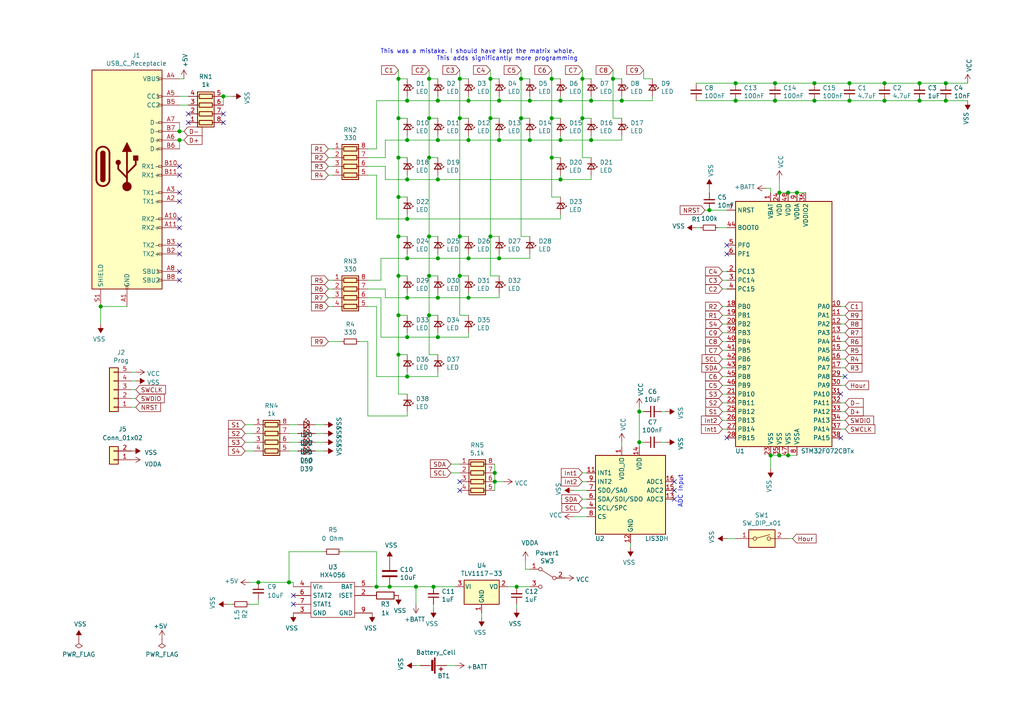
<source format=kicad_sch>
(kicad_sch (version 20210126) (generator eeschema)
  (paper "A4")
  (junction (at 29.21 88.9) (diameter 1.016))
  (junction (at 52.07 38.1) (diameter 1.016))
  (junction (at 52.07 40.64) (diameter 1.016))
  (junction (at 64.77 27.94) (diameter 1.016))
  (junction (at 74.93 168.91) (diameter 1.016))
  (junction (at 83.82 168.91) (diameter 1.016))
  (junction (at 109.22 170.18) (diameter 1.016))
  (junction (at 113.03 170.18) (diameter 1.016))
  (junction (at 115.57 22.86) (diameter 1.016))
  (junction (at 115.57 34.29) (diameter 1.016))
  (junction (at 115.57 45.72) (diameter 1.016))
  (junction (at 115.57 57.15) (diameter 1.016))
  (junction (at 115.57 68.58) (diameter 1.016))
  (junction (at 115.57 80.01) (diameter 1.016))
  (junction (at 115.57 91.44) (diameter 1.016))
  (junction (at 115.57 102.87) (diameter 1.016))
  (junction (at 118.11 29.21) (diameter 1.016))
  (junction (at 118.11 40.64) (diameter 1.016))
  (junction (at 118.11 52.07) (diameter 1.016))
  (junction (at 118.11 63.5) (diameter 1.016))
  (junction (at 118.11 74.93) (diameter 1.016))
  (junction (at 118.11 86.36) (diameter 1.016))
  (junction (at 118.11 97.79) (diameter 1.016))
  (junction (at 118.11 109.22) (diameter 1.016))
  (junction (at 120.65 170.18) (diameter 1.016))
  (junction (at 124.46 22.86) (diameter 1.016))
  (junction (at 124.46 34.29) (diameter 1.016))
  (junction (at 124.46 45.72) (diameter 1.016))
  (junction (at 124.46 68.58) (diameter 1.016))
  (junction (at 124.46 80.01) (diameter 1.016))
  (junction (at 124.46 91.44) (diameter 1.016))
  (junction (at 125.73 170.18) (diameter 1.016))
  (junction (at 127 29.21) (diameter 1.016))
  (junction (at 127 40.64) (diameter 1.016))
  (junction (at 127 52.07) (diameter 1.016))
  (junction (at 127 74.93) (diameter 1.016))
  (junction (at 127 86.36) (diameter 1.016))
  (junction (at 127 97.79) (diameter 1.016))
  (junction (at 133.35 22.86) (diameter 1.016))
  (junction (at 133.35 34.29) (diameter 1.016))
  (junction (at 133.35 68.58) (diameter 1.016))
  (junction (at 133.35 80.01) (diameter 1.016))
  (junction (at 135.89 29.21) (diameter 1.016))
  (junction (at 135.89 40.64) (diameter 1.016))
  (junction (at 135.89 74.93) (diameter 1.016))
  (junction (at 135.89 86.36) (diameter 1.016))
  (junction (at 142.24 22.86) (diameter 1.016))
  (junction (at 142.24 34.29) (diameter 1.016))
  (junction (at 142.24 68.58) (diameter 1.016))
  (junction (at 143.51 137.16) (diameter 1.016))
  (junction (at 143.51 139.7) (diameter 1.016))
  (junction (at 144.78 29.21) (diameter 1.016))
  (junction (at 144.78 40.64) (diameter 1.016))
  (junction (at 144.78 74.93) (diameter 1.016))
  (junction (at 149.86 170.18) (diameter 1.016))
  (junction (at 151.13 22.86) (diameter 1.016))
  (junction (at 151.13 34.29) (diameter 1.016))
  (junction (at 153.67 29.21) (diameter 1.016))
  (junction (at 153.67 40.64) (diameter 1.016))
  (junction (at 160.02 22.86) (diameter 1.016))
  (junction (at 160.02 34.29) (diameter 1.016))
  (junction (at 160.02 45.72) (diameter 1.016))
  (junction (at 162.56 29.21) (diameter 1.016))
  (junction (at 162.56 40.64) (diameter 1.016))
  (junction (at 162.56 52.07) (diameter 1.016))
  (junction (at 168.91 22.86) (diameter 1.016))
  (junction (at 168.91 34.29) (diameter 1.016))
  (junction (at 171.45 29.21) (diameter 1.016))
  (junction (at 171.45 40.64) (diameter 1.016))
  (junction (at 177.8 22.86) (diameter 1.016))
  (junction (at 180.34 29.21) (diameter 1.016))
  (junction (at 185.42 119.38) (diameter 1.016))
  (junction (at 185.42 128.27) (diameter 1.016))
  (junction (at 205.74 60.96) (diameter 1.016))
  (junction (at 213.36 24.13) (diameter 1.016))
  (junction (at 213.36 29.21) (diameter 1.016))
  (junction (at 223.52 132.08) (diameter 1.016))
  (junction (at 224.79 24.13) (diameter 1.016))
  (junction (at 224.79 29.21) (diameter 1.016))
  (junction (at 226.06 55.88) (diameter 1.016))
  (junction (at 226.06 132.08) (diameter 1.016))
  (junction (at 228.6 55.88) (diameter 1.016))
  (junction (at 228.6 132.08) (diameter 1.016))
  (junction (at 231.14 55.88) (diameter 1.016))
  (junction (at 236.22 24.13) (diameter 1.016))
  (junction (at 236.22 29.21) (diameter 1.016))
  (junction (at 246.38 24.13) (diameter 1.016))
  (junction (at 246.38 29.21) (diameter 1.016))
  (junction (at 256.54 24.13) (diameter 1.016))
  (junction (at 256.54 29.21) (diameter 1.016))
  (junction (at 266.7 24.13) (diameter 1.016))
  (junction (at 266.7 29.21) (diameter 1.016))
  (junction (at 274.32 24.13) (diameter 1.016))
  (junction (at 274.32 29.21) (diameter 1.016))
  (no_connect (at 52.07 48.26))
  (no_connect (at 52.07 50.8))
  (no_connect (at 52.07 55.88))
  (no_connect (at 52.07 58.42))
  (no_connect (at 52.07 63.5))
  (no_connect (at 52.07 66.04))
  (no_connect (at 52.07 71.12))
  (no_connect (at 52.07 73.66))
  (no_connect (at 52.07 78.74))
  (no_connect (at 52.07 81.28))
  (no_connect (at 54.61 33.02))
  (no_connect (at 54.61 35.56))
  (no_connect (at 64.77 33.02))
  (no_connect (at 64.77 35.56))
  (no_connect (at 85.09 172.72))
  (no_connect (at 85.09 175.26))
  (no_connect (at 133.35 139.7))
  (no_connect (at 133.35 142.24))
  (no_connect (at 195.58 139.7))
  (no_connect (at 195.58 142.24))
  (no_connect (at 195.58 144.78))
  (no_connect (at 210.82 71.12))
  (no_connect (at 210.82 73.66))
  (no_connect (at 210.82 127))
  (no_connect (at 243.84 114.3))
  (no_connect (at 243.84 127))
  (no_connect (at 245.11 109.22))
  (wire (pts (xy 29.21 88.9) (xy 29.21 93.98)))
  (wire (pts (xy 29.21 88.9) (xy 36.83 88.9)))
  (wire (pts (xy 38.1 107.95) (xy 39.37 107.95)))
  (wire (pts (xy 38.1 110.49) (xy 39.37 110.49)))
  (wire (pts (xy 38.1 115.57) (xy 39.37 115.57)))
  (wire (pts (xy 39.37 113.03) (xy 38.1 113.03)))
  (wire (pts (xy 39.37 118.11) (xy 38.1 118.11)))
  (wire (pts (xy 52.07 27.94) (xy 54.61 27.94)))
  (wire (pts (xy 52.07 30.48) (xy 54.61 30.48)))
  (wire (pts (xy 52.07 38.1) (xy 52.07 35.56)))
  (wire (pts (xy 52.07 38.1) (xy 53.34 38.1)))
  (wire (pts (xy 52.07 40.64) (xy 52.07 43.18)))
  (wire (pts (xy 52.07 40.64) (xy 53.34 40.64)))
  (wire (pts (xy 53.34 22.86) (xy 52.07 22.86)))
  (wire (pts (xy 64.77 27.94) (xy 67.31 27.94)))
  (wire (pts (xy 64.77 30.48) (xy 64.77 27.94)))
  (wire (pts (xy 66.04 175.26) (xy 67.31 175.26)))
  (wire (pts (xy 71.12 125.73) (xy 73.66 125.73)))
  (wire (pts (xy 71.12 130.81) (xy 73.66 130.81)))
  (wire (pts (xy 72.39 168.91) (xy 74.93 168.91)))
  (wire (pts (xy 72.39 175.26) (xy 74.93 175.26)))
  (wire (pts (xy 73.66 123.19) (xy 71.12 123.19)))
  (wire (pts (xy 73.66 128.27) (xy 71.12 128.27)))
  (wire (pts (xy 74.93 168.91) (xy 83.82 168.91)))
  (wire (pts (xy 74.93 173.99) (xy 74.93 175.26)))
  (wire (pts (xy 83.82 160.02) (xy 93.98 160.02)))
  (wire (pts (xy 83.82 168.91) (xy 83.82 160.02)))
  (wire (pts (xy 83.82 168.91) (xy 85.09 168.91)))
  (wire (pts (xy 85.09 168.91) (xy 85.09 170.18)))
  (wire (pts (xy 86.36 123.19) (xy 83.82 123.19)))
  (wire (pts (xy 86.36 125.73) (xy 83.82 125.73)))
  (wire (pts (xy 86.36 128.27) (xy 83.82 128.27)))
  (wire (pts (xy 86.36 130.81) (xy 83.82 130.81)))
  (wire (pts (xy 91.44 123.19) (xy 93.98 123.19)))
  (wire (pts (xy 91.44 125.73) (xy 93.98 125.73)))
  (wire (pts (xy 91.44 128.27) (xy 93.98 128.27)))
  (wire (pts (xy 91.44 130.81) (xy 93.98 130.81)))
  (wire (pts (xy 95.25 45.72) (xy 96.52 45.72)))
  (wire (pts (xy 95.25 50.8) (xy 96.52 50.8)))
  (wire (pts (xy 95.25 83.82) (xy 96.52 83.82)))
  (wire (pts (xy 95.25 88.9) (xy 96.52 88.9)))
  (wire (pts (xy 95.25 99.06) (xy 99.06 99.06)))
  (wire (pts (xy 96.52 43.18) (xy 95.25 43.18)))
  (wire (pts (xy 96.52 48.26) (xy 95.25 48.26)))
  (wire (pts (xy 96.52 81.28) (xy 95.25 81.28)))
  (wire (pts (xy 96.52 86.36) (xy 95.25 86.36)))
  (wire (pts (xy 99.06 160.02) (xy 109.22 160.02)))
  (wire (pts (xy 104.14 99.06) (xy 106.68 99.06)))
  (wire (pts (xy 106.68 45.72) (xy 111.76 45.72)))
  (wire (pts (xy 106.68 48.26) (xy 111.76 48.26)))
  (wire (pts (xy 106.68 50.8) (xy 109.22 50.8)))
  (wire (pts (xy 106.68 81.28) (xy 110.49 81.28)))
  (wire (pts (xy 106.68 83.82) (xy 111.76 83.82)))
  (wire (pts (xy 106.68 86.36) (xy 110.49 86.36)))
  (wire (pts (xy 106.68 88.9) (xy 109.22 88.9)))
  (wire (pts (xy 106.68 99.06) (xy 106.68 120.65)))
  (wire (pts (xy 106.68 120.65) (xy 118.11 120.65)))
  (wire (pts (xy 107.95 170.18) (xy 109.22 170.18)))
  (wire (pts (xy 109.22 29.21) (xy 109.22 43.18)))
  (wire (pts (xy 109.22 29.21) (xy 118.11 29.21)))
  (wire (pts (xy 109.22 43.18) (xy 106.68 43.18)))
  (wire (pts (xy 109.22 50.8) (xy 109.22 63.5)))
  (wire (pts (xy 109.22 88.9) (xy 109.22 109.22)))
  (wire (pts (xy 109.22 109.22) (xy 118.11 109.22)))
  (wire (pts (xy 109.22 160.02) (xy 109.22 170.18)))
  (wire (pts (xy 109.22 170.18) (xy 113.03 170.18)))
  (wire (pts (xy 110.49 81.28) (xy 110.49 74.93)))
  (wire (pts (xy 110.49 86.36) (xy 110.49 97.79)))
  (wire (pts (xy 111.76 45.72) (xy 111.76 40.64)))
  (wire (pts (xy 111.76 48.26) (xy 111.76 52.07)))
  (wire (pts (xy 111.76 83.82) (xy 111.76 86.36)))
  (wire (pts (xy 113.03 170.18) (xy 120.65 170.18)))
  (wire (pts (xy 115.57 20.32) (xy 115.57 22.86)))
  (wire (pts (xy 115.57 22.86) (xy 115.57 34.29)))
  (wire (pts (xy 115.57 34.29) (xy 115.57 45.72)))
  (wire (pts (xy 115.57 34.29) (xy 118.11 34.29)))
  (wire (pts (xy 115.57 45.72) (xy 115.57 57.15)))
  (wire (pts (xy 115.57 45.72) (xy 118.11 45.72)))
  (wire (pts (xy 115.57 57.15) (xy 115.57 68.58)))
  (wire (pts (xy 115.57 57.15) (xy 118.11 57.15)))
  (wire (pts (xy 115.57 68.58) (xy 115.57 80.01)))
  (wire (pts (xy 115.57 68.58) (xy 118.11 68.58)))
  (wire (pts (xy 115.57 80.01) (xy 115.57 91.44)))
  (wire (pts (xy 115.57 80.01) (xy 118.11 80.01)))
  (wire (pts (xy 115.57 91.44) (xy 115.57 102.87)))
  (wire (pts (xy 115.57 102.87) (xy 115.57 114.3)))
  (wire (pts (xy 115.57 102.87) (xy 118.11 102.87)))
  (wire (pts (xy 115.57 114.3) (xy 118.11 114.3)))
  (wire (pts (xy 118.11 22.86) (xy 115.57 22.86)))
  (wire (pts (xy 118.11 27.94) (xy 118.11 29.21)))
  (wire (pts (xy 118.11 29.21) (xy 127 29.21)))
  (wire (pts (xy 118.11 39.37) (xy 118.11 40.64)))
  (wire (pts (xy 118.11 40.64) (xy 111.76 40.64)))
  (wire (pts (xy 118.11 50.8) (xy 118.11 52.07)))
  (wire (pts (xy 118.11 52.07) (xy 111.76 52.07)))
  (wire (pts (xy 118.11 62.23) (xy 118.11 63.5)))
  (wire (pts (xy 118.11 63.5) (xy 109.22 63.5)))
  (wire (pts (xy 118.11 73.66) (xy 118.11 74.93)))
  (wire (pts (xy 118.11 74.93) (xy 110.49 74.93)))
  (wire (pts (xy 118.11 85.09) (xy 118.11 86.36)))
  (wire (pts (xy 118.11 86.36) (xy 111.76 86.36)))
  (wire (pts (xy 118.11 91.44) (xy 115.57 91.44)))
  (wire (pts (xy 118.11 96.52) (xy 118.11 97.79)))
  (wire (pts (xy 118.11 97.79) (xy 110.49 97.79)))
  (wire (pts (xy 118.11 107.95) (xy 118.11 109.22)))
  (wire (pts (xy 118.11 109.22) (xy 127 109.22)))
  (wire (pts (xy 118.11 119.38) (xy 118.11 120.65)))
  (wire (pts (xy 120.65 170.18) (xy 125.73 170.18)))
  (wire (pts (xy 120.65 175.26) (xy 120.65 170.18)))
  (wire (pts (xy 120.65 193.04) (xy 121.92 193.04)))
  (wire (pts (xy 124.46 20.32) (xy 124.46 22.86)))
  (wire (pts (xy 124.46 34.29) (xy 124.46 22.86)))
  (wire (pts (xy 124.46 34.29) (xy 127 34.29)))
  (wire (pts (xy 124.46 45.72) (xy 124.46 34.29)))
  (wire (pts (xy 124.46 68.58) (xy 124.46 45.72)))
  (wire (pts (xy 124.46 80.01) (xy 124.46 68.58)))
  (wire (pts (xy 124.46 80.01) (xy 127 80.01)))
  (wire (pts (xy 124.46 91.44) (xy 124.46 80.01)))
  (wire (pts (xy 124.46 91.44) (xy 127 91.44)))
  (wire (pts (xy 124.46 102.87) (xy 124.46 91.44)))
  (wire (pts (xy 124.46 102.87) (xy 127 102.87)))
  (wire (pts (xy 125.73 170.18) (xy 132.08 170.18)))
  (wire (pts (xy 125.73 176.53) (xy 125.73 175.26)))
  (wire (pts (xy 127 22.86) (xy 124.46 22.86)))
  (wire (pts (xy 127 27.94) (xy 127 29.21)))
  (wire (pts (xy 127 29.21) (xy 135.89 29.21)))
  (wire (pts (xy 127 39.37) (xy 127 40.64)))
  (wire (pts (xy 127 40.64) (xy 118.11 40.64)))
  (wire (pts (xy 127 45.72) (xy 124.46 45.72)))
  (wire (pts (xy 127 50.8) (xy 127 52.07)))
  (wire (pts (xy 127 52.07) (xy 118.11 52.07)))
  (wire (pts (xy 127 68.58) (xy 124.46 68.58)))
  (wire (pts (xy 127 73.66) (xy 127 74.93)))
  (wire (pts (xy 127 74.93) (xy 118.11 74.93)))
  (wire (pts (xy 127 85.09) (xy 127 86.36)))
  (wire (pts (xy 127 86.36) (xy 118.11 86.36)))
  (wire (pts (xy 127 96.52) (xy 127 97.79)))
  (wire (pts (xy 127 97.79) (xy 118.11 97.79)))
  (wire (pts (xy 127 107.95) (xy 127 109.22)))
  (wire (pts (xy 129.54 193.04) (xy 132.08 193.04)))
  (wire (pts (xy 133.35 20.32) (xy 133.35 22.86)))
  (wire (pts (xy 133.35 34.29) (xy 133.35 22.86)))
  (wire (pts (xy 133.35 34.29) (xy 135.89 34.29)))
  (wire (pts (xy 133.35 68.58) (xy 133.35 34.29)))
  (wire (pts (xy 133.35 80.01) (xy 133.35 68.58)))
  (wire (pts (xy 133.35 91.44) (xy 133.35 80.01)))
  (wire (pts (xy 133.35 91.44) (xy 135.89 91.44)))
  (wire (pts (xy 133.35 134.62) (xy 130.81 134.62)))
  (wire (pts (xy 133.35 137.16) (xy 130.81 137.16)))
  (wire (pts (xy 135.89 22.86) (xy 133.35 22.86)))
  (wire (pts (xy 135.89 27.94) (xy 135.89 29.21)))
  (wire (pts (xy 135.89 29.21) (xy 144.78 29.21)))
  (wire (pts (xy 135.89 39.37) (xy 135.89 40.64)))
  (wire (pts (xy 135.89 40.64) (xy 127 40.64)))
  (wire (pts (xy 135.89 68.58) (xy 133.35 68.58)))
  (wire (pts (xy 135.89 73.66) (xy 135.89 74.93)))
  (wire (pts (xy 135.89 74.93) (xy 127 74.93)))
  (wire (pts (xy 135.89 80.01) (xy 133.35 80.01)))
  (wire (pts (xy 135.89 85.09) (xy 135.89 86.36)))
  (wire (pts (xy 135.89 86.36) (xy 127 86.36)))
  (wire (pts (xy 135.89 96.52) (xy 135.89 97.79)))
  (wire (pts (xy 135.89 97.79) (xy 127 97.79)))
  (wire (pts (xy 139.7 179.07) (xy 139.7 177.8)))
  (wire (pts (xy 142.24 20.32) (xy 142.24 22.86)))
  (wire (pts (xy 142.24 22.86) (xy 144.78 22.86)))
  (wire (pts (xy 142.24 34.29) (xy 142.24 22.86)))
  (wire (pts (xy 142.24 68.58) (xy 142.24 34.29)))
  (wire (pts (xy 142.24 80.01) (xy 142.24 68.58)))
  (wire (pts (xy 143.51 137.16) (xy 143.51 134.62)))
  (wire (pts (xy 143.51 139.7) (xy 143.51 137.16)))
  (wire (pts (xy 143.51 139.7) (xy 143.51 142.24)))
  (wire (pts (xy 144.78 27.94) (xy 144.78 29.21)))
  (wire (pts (xy 144.78 29.21) (xy 153.67 29.21)))
  (wire (pts (xy 144.78 34.29) (xy 142.24 34.29)))
  (wire (pts (xy 144.78 39.37) (xy 144.78 40.64)))
  (wire (pts (xy 144.78 40.64) (xy 135.89 40.64)))
  (wire (pts (xy 144.78 68.58) (xy 142.24 68.58)))
  (wire (pts (xy 144.78 73.66) (xy 144.78 74.93)))
  (wire (pts (xy 144.78 74.93) (xy 135.89 74.93)))
  (wire (pts (xy 144.78 80.01) (xy 142.24 80.01)))
  (wire (pts (xy 144.78 85.09) (xy 144.78 86.36)))
  (wire (pts (xy 144.78 86.36) (xy 135.89 86.36)))
  (wire (pts (xy 146.05 139.7) (xy 143.51 139.7)))
  (wire (pts (xy 147.32 170.18) (xy 149.86 170.18)))
  (wire (pts (xy 149.86 170.18) (xy 153.67 170.18)))
  (wire (pts (xy 149.86 176.53) (xy 149.86 175.26)))
  (wire (pts (xy 151.13 20.32) (xy 151.13 22.86)))
  (wire (pts (xy 151.13 22.86) (xy 153.67 22.86)))
  (wire (pts (xy 151.13 34.29) (xy 151.13 22.86)))
  (wire (pts (xy 151.13 68.58) (xy 151.13 34.29)))
  (wire (pts (xy 151.13 68.58) (xy 153.67 68.58)))
  (wire (pts (xy 152.4 162.56) (xy 152.4 165.1)))
  (wire (pts (xy 152.4 165.1) (xy 153.67 165.1)))
  (wire (pts (xy 153.67 27.94) (xy 153.67 29.21)))
  (wire (pts (xy 153.67 29.21) (xy 162.56 29.21)))
  (wire (pts (xy 153.67 34.29) (xy 151.13 34.29)))
  (wire (pts (xy 153.67 39.37) (xy 153.67 40.64)))
  (wire (pts (xy 153.67 40.64) (xy 144.78 40.64)))
  (wire (pts (xy 153.67 73.66) (xy 153.67 74.93)))
  (wire (pts (xy 153.67 74.93) (xy 144.78 74.93)))
  (wire (pts (xy 160.02 22.86) (xy 160.02 20.32)))
  (wire (pts (xy 160.02 22.86) (xy 162.56 22.86)))
  (wire (pts (xy 160.02 34.29) (xy 160.02 22.86)))
  (wire (pts (xy 160.02 45.72) (xy 160.02 34.29)))
  (wire (pts (xy 160.02 57.15) (xy 160.02 45.72)))
  (wire (pts (xy 160.02 57.15) (xy 162.56 57.15)))
  (wire (pts (xy 162.56 27.94) (xy 162.56 29.21)))
  (wire (pts (xy 162.56 29.21) (xy 171.45 29.21)))
  (wire (pts (xy 162.56 34.29) (xy 160.02 34.29)))
  (wire (pts (xy 162.56 39.37) (xy 162.56 40.64)))
  (wire (pts (xy 162.56 40.64) (xy 153.67 40.64)))
  (wire (pts (xy 162.56 45.72) (xy 160.02 45.72)))
  (wire (pts (xy 162.56 50.8) (xy 162.56 52.07)))
  (wire (pts (xy 162.56 52.07) (xy 127 52.07)))
  (wire (pts (xy 162.56 62.23) (xy 162.56 63.5)))
  (wire (pts (xy 162.56 63.5) (xy 118.11 63.5)))
  (wire (pts (xy 166.37 142.24) (xy 170.18 142.24)))
  (wire (pts (xy 166.37 149.86) (xy 170.18 149.86)))
  (wire (pts (xy 168.91 22.86) (xy 168.91 20.32)))
  (wire (pts (xy 168.91 34.29) (xy 168.91 22.86)))
  (wire (pts (xy 168.91 34.29) (xy 171.45 34.29)))
  (wire (pts (xy 168.91 45.72) (xy 168.91 34.29)))
  (wire (pts (xy 168.91 139.7) (xy 170.18 139.7)))
  (wire (pts (xy 168.91 144.78) (xy 170.18 144.78)))
  (wire (pts (xy 168.91 147.32) (xy 170.18 147.32)))
  (wire (pts (xy 170.18 137.16) (xy 168.91 137.16)))
  (wire (pts (xy 171.45 22.86) (xy 168.91 22.86)))
  (wire (pts (xy 171.45 27.94) (xy 171.45 29.21)))
  (wire (pts (xy 171.45 29.21) (xy 180.34 29.21)))
  (wire (pts (xy 171.45 39.37) (xy 171.45 40.64)))
  (wire (pts (xy 171.45 40.64) (xy 162.56 40.64)))
  (wire (pts (xy 171.45 45.72) (xy 168.91 45.72)))
  (wire (pts (xy 171.45 50.8) (xy 171.45 52.07)))
  (wire (pts (xy 171.45 52.07) (xy 162.56 52.07)))
  (wire (pts (xy 177.8 20.32) (xy 177.8 22.86)))
  (wire (pts (xy 177.8 22.86) (xy 177.8 34.29)))
  (wire (pts (xy 177.8 34.29) (xy 180.34 34.29)))
  (wire (pts (xy 180.34 22.86) (xy 177.8 22.86)))
  (wire (pts (xy 180.34 27.94) (xy 180.34 29.21)))
  (wire (pts (xy 180.34 29.21) (xy 189.23 29.21)))
  (wire (pts (xy 180.34 39.37) (xy 180.34 40.64)))
  (wire (pts (xy 180.34 40.64) (xy 171.45 40.64)))
  (wire (pts (xy 180.34 129.54) (xy 180.34 128.27)))
  (wire (pts (xy 182.88 158.75) (xy 182.88 157.48)))
  (wire (pts (xy 185.42 118.11) (xy 185.42 119.38)))
  (wire (pts (xy 185.42 119.38) (xy 185.42 128.27)))
  (wire (pts (xy 185.42 128.27) (xy 185.42 129.54)))
  (wire (pts (xy 186.69 22.86) (xy 186.69 20.32)))
  (wire (pts (xy 186.69 119.38) (xy 185.42 119.38)))
  (wire (pts (xy 186.69 128.27) (xy 185.42 128.27)))
  (wire (pts (xy 189.23 22.86) (xy 186.69 22.86)))
  (wire (pts (xy 189.23 27.94) (xy 189.23 29.21)))
  (wire (pts (xy 191.77 119.38) (xy 193.04 119.38)))
  (wire (pts (xy 191.77 128.27) (xy 193.04 128.27)))
  (wire (pts (xy 201.93 24.13) (xy 213.36 24.13)))
  (wire (pts (xy 201.93 29.21) (xy 213.36 29.21)))
  (wire (pts (xy 201.93 66.04) (xy 203.2 66.04)))
  (wire (pts (xy 204.47 60.96) (xy 205.74 60.96)))
  (wire (pts (xy 205.74 55.88) (xy 205.74 54.61)))
  (wire (pts (xy 205.74 60.96) (xy 210.82 60.96)))
  (wire (pts (xy 208.28 66.04) (xy 210.82 66.04)))
  (wire (pts (xy 209.55 78.74) (xy 210.82 78.74)))
  (wire (pts (xy 209.55 81.28) (xy 210.82 81.28)))
  (wire (pts (xy 209.55 83.82) (xy 210.82 83.82)))
  (wire (pts (xy 209.55 88.9) (xy 210.82 88.9)))
  (wire (pts (xy 209.55 91.44) (xy 210.82 91.44)))
  (wire (pts (xy 209.55 93.98) (xy 210.82 93.98)))
  (wire (pts (xy 209.55 96.52) (xy 210.82 96.52)))
  (wire (pts (xy 209.55 99.06) (xy 210.82 99.06)))
  (wire (pts (xy 209.55 101.6) (xy 210.82 101.6)))
  (wire (pts (xy 209.55 104.14) (xy 210.82 104.14)))
  (wire (pts (xy 209.55 109.22) (xy 210.82 109.22)))
  (wire (pts (xy 209.55 111.76) (xy 210.82 111.76)))
  (wire (pts (xy 209.55 116.84) (xy 210.82 116.84)))
  (wire (pts (xy 209.55 121.92) (xy 210.82 121.92)))
  (wire (pts (xy 210.82 106.68) (xy 209.55 106.68)))
  (wire (pts (xy 210.82 114.3) (xy 209.55 114.3)))
  (wire (pts (xy 210.82 119.38) (xy 209.55 119.38)))
  (wire (pts (xy 210.82 124.46) (xy 209.55 124.46)))
  (wire (pts (xy 210.82 156.21) (xy 213.36 156.21)))
  (wire (pts (xy 213.36 24.13) (xy 224.79 24.13)))
  (wire (pts (xy 213.36 29.21) (xy 224.79 29.21)))
  (wire (pts (xy 222.25 54.61) (xy 223.52 54.61)))
  (wire (pts (xy 223.52 54.61) (xy 223.52 55.88)))
  (wire (pts (xy 223.52 132.08) (xy 226.06 132.08)))
  (wire (pts (xy 223.52 135.89) (xy 223.52 132.08)))
  (wire (pts (xy 224.79 24.13) (xy 236.22 24.13)))
  (wire (pts (xy 224.79 29.21) (xy 236.22 29.21)))
  (wire (pts (xy 226.06 55.88) (xy 226.06 52.07)))
  (wire (pts (xy 226.06 132.08) (xy 228.6 132.08)))
  (wire (pts (xy 228.6 55.88) (xy 226.06 55.88)))
  (wire (pts (xy 228.6 132.08) (xy 231.14 132.08)))
  (wire (pts (xy 228.6 156.21) (xy 229.87 156.21)))
  (wire (pts (xy 231.14 55.88) (xy 228.6 55.88)))
  (wire (pts (xy 233.68 55.88) (xy 231.14 55.88)))
  (wire (pts (xy 236.22 24.13) (xy 246.38 24.13)))
  (wire (pts (xy 236.22 29.21) (xy 246.38 29.21)))
  (wire (pts (xy 243.84 88.9) (xy 245.11 88.9)))
  (wire (pts (xy 243.84 93.98) (xy 245.11 93.98)))
  (wire (pts (xy 243.84 106.68) (xy 245.11 106.68)))
  (wire (pts (xy 243.84 109.22) (xy 245.11 109.22)))
  (wire (pts (xy 243.84 111.76) (xy 245.11 111.76)))
  (wire (pts (xy 243.84 116.84) (xy 245.11 116.84)))
  (wire (pts (xy 243.84 119.38) (xy 245.11 119.38)))
  (wire (pts (xy 243.84 121.92) (xy 245.11 121.92)))
  (wire (pts (xy 245.11 91.44) (xy 243.84 91.44)))
  (wire (pts (xy 245.11 96.52) (xy 243.84 96.52)))
  (wire (pts (xy 245.11 99.06) (xy 243.84 99.06)))
  (wire (pts (xy 245.11 101.6) (xy 243.84 101.6)))
  (wire (pts (xy 245.11 104.14) (xy 243.84 104.14)))
  (wire (pts (xy 245.11 124.46) (xy 243.84 124.46)))
  (wire (pts (xy 246.38 29.21) (xy 256.54 29.21)))
  (wire (pts (xy 256.54 24.13) (xy 246.38 24.13)))
  (wire (pts (xy 256.54 24.13) (xy 266.7 24.13)))
  (wire (pts (xy 256.54 29.21) (xy 266.7 29.21)))
  (wire (pts (xy 266.7 24.13) (xy 274.32 24.13)))
  (wire (pts (xy 266.7 29.21) (xy 274.32 29.21)))
  (wire (pts (xy 274.32 24.13) (xy 280.67 24.13)))
  (wire (pts (xy 274.32 29.21) (xy 280.67 29.21)))
  (text "This was a mistake. I should have kept the matrix whole. \nThis adds significantly more programming" (at 167.64 17.78 0) (effects (font (size 1.27 1.27)) (justify right bottom)))
  (text "ADC Input" (at 198.12 147.32 90) (effects (font (size 1.27 1.27)) (justify left bottom)))
  (global_label "SWCLK" (shape input) (at 39.37 113.03 0) (property "Intersheet References" "${INTERSHEET_REFS}" (effects hide)))
  (global_label "SWDIO" (shape input) (at 39.37 115.57 0) (property "Intersheet References" "${INTERSHEET_REFS}" (effects hide)))
  (global_label "NRST" (shape input) (at 39.37 118.11 0) (property "Intersheet References" "${INTERSHEET_REFS}" (effects hide)))
  (global_label "D-" (shape input) (at 53.34 38.1 0) (property "Intersheet References" "${INTERSHEET_REFS}" (effects hide)))
  (global_label "D+" (shape input) (at 53.34 40.64 0) (property "Intersheet References" "${INTERSHEET_REFS}" (effects hide)))
  (global_label "S1" (shape input) (at 71.12 123.19 180) (property "Intersheet References" "${INTERSHEET_REFS}" (effects hide)))
  (global_label "S2" (shape input) (at 71.12 125.73 180) (property "Intersheet References" "${INTERSHEET_REFS}" (effects hide)))
  (global_label "S3" (shape input) (at 71.12 128.27 180) (property "Intersheet References" "${INTERSHEET_REFS}" (effects hide)))
  (global_label "S4" (shape input) (at 71.12 130.81 180) (property "Intersheet References" "${INTERSHEET_REFS}" (effects hide)))
  (global_label "R1" (shape input) (at 95.25 43.18 180) (property "Intersheet References" "${INTERSHEET_REFS}" (effects hide)))
  (global_label "R2" (shape input) (at 95.25 45.72 180) (property "Intersheet References" "${INTERSHEET_REFS}" (effects hide)))
  (global_label "R3" (shape input) (at 95.25 48.26 180) (property "Intersheet References" "${INTERSHEET_REFS}" (effects hide)))
  (global_label "R4" (shape input) (at 95.25 50.8 180) (property "Intersheet References" "${INTERSHEET_REFS}" (effects hide)))
  (global_label "R5" (shape input) (at 95.25 81.28 180) (property "Intersheet References" "${INTERSHEET_REFS}" (effects hide)))
  (global_label "R6" (shape input) (at 95.25 83.82 180) (property "Intersheet References" "${INTERSHEET_REFS}" (effects hide)))
  (global_label "R7" (shape input) (at 95.25 86.36 180) (property "Intersheet References" "${INTERSHEET_REFS}" (effects hide)))
  (global_label "R8" (shape input) (at 95.25 88.9 180) (property "Intersheet References" "${INTERSHEET_REFS}" (effects hide)))
  (global_label "R9" (shape input) (at 95.25 99.06 180) (property "Intersheet References" "${INTERSHEET_REFS}" (effects hide)))
  (global_label "C1" (shape input) (at 115.57 20.32 180) (property "Intersheet References" "${INTERSHEET_REFS}" (effects hide)))
  (global_label "C2" (shape input) (at 124.46 20.32 180) (property "Intersheet References" "${INTERSHEET_REFS}" (effects hide)))
  (global_label "SDA" (shape input) (at 130.81 134.62 180) (property "Intersheet References" "${INTERSHEET_REFS}" (effects hide)))
  (global_label "SCL" (shape input) (at 130.81 137.16 180) (property "Intersheet References" "${INTERSHEET_REFS}" (effects hide)))
  (global_label "C3" (shape input) (at 133.35 20.32 180) (property "Intersheet References" "${INTERSHEET_REFS}" (effects hide)))
  (global_label "C4" (shape input) (at 142.24 20.32 180) (property "Intersheet References" "${INTERSHEET_REFS}" (effects hide)))
  (global_label "C5" (shape input) (at 151.13 20.32 180) (property "Intersheet References" "${INTERSHEET_REFS}" (effects hide)))
  (global_label "C6" (shape input) (at 160.02 20.32 180) (property "Intersheet References" "${INTERSHEET_REFS}" (effects hide)))
  (global_label "C7" (shape input) (at 168.91 20.32 180) (property "Intersheet References" "${INTERSHEET_REFS}" (effects hide)))
  (global_label "Int1" (shape input) (at 168.91 137.16 180) (property "Intersheet References" "${INTERSHEET_REFS}" (effects hide)))
  (global_label "Int2" (shape input) (at 168.91 139.7 180) (property "Intersheet References" "${INTERSHEET_REFS}" (effects hide)))
  (global_label "SDA" (shape input) (at 168.91 144.78 180) (property "Intersheet References" "${INTERSHEET_REFS}" (effects hide)))
  (global_label "SCL" (shape input) (at 168.91 147.32 180) (property "Intersheet References" "${INTERSHEET_REFS}" (effects hide)))
  (global_label "C8" (shape input) (at 177.8 20.32 180) (property "Intersheet References" "${INTERSHEET_REFS}" (effects hide)))
  (global_label "C9" (shape input) (at 186.69 20.32 180) (property "Intersheet References" "${INTERSHEET_REFS}" (effects hide)))
  (global_label "NRST" (shape input) (at 204.47 60.96 180) (property "Intersheet References" "${INTERSHEET_REFS}" (effects hide)))
  (global_label "C4" (shape input) (at 209.55 78.74 180) (property "Intersheet References" "${INTERSHEET_REFS}" (effects hide)))
  (global_label "C3" (shape input) (at 209.55 81.28 180) (property "Intersheet References" "${INTERSHEET_REFS}" (effects hide)))
  (global_label "C2" (shape input) (at 209.55 83.82 180) (property "Intersheet References" "${INTERSHEET_REFS}" (effects hide)))
  (global_label "R2" (shape input) (at 209.55 88.9 180) (property "Intersheet References" "${INTERSHEET_REFS}" (effects hide)))
  (global_label "R1" (shape input) (at 209.55 91.44 180) (property "Intersheet References" "${INTERSHEET_REFS}" (effects hide)))
  (global_label "S4" (shape input) (at 209.55 93.98 180) (property "Intersheet References" "${INTERSHEET_REFS}" (effects hide)))
  (global_label "C9" (shape input) (at 209.55 96.52 180) (property "Intersheet References" "${INTERSHEET_REFS}" (effects hide)))
  (global_label "C8" (shape input) (at 209.55 99.06 180) (property "Intersheet References" "${INTERSHEET_REFS}" (effects hide)))
  (global_label "C7" (shape input) (at 209.55 101.6 180) (property "Intersheet References" "${INTERSHEET_REFS}" (effects hide)))
  (global_label "SCL" (shape input) (at 209.55 104.14 180) (property "Intersheet References" "${INTERSHEET_REFS}" (effects hide)))
  (global_label "SDA" (shape input) (at 209.55 106.68 180) (property "Intersheet References" "${INTERSHEET_REFS}" (effects hide)))
  (global_label "C6" (shape input) (at 209.55 109.22 180) (property "Intersheet References" "${INTERSHEET_REFS}" (effects hide)))
  (global_label "C5" (shape input) (at 209.55 111.76 180) (property "Intersheet References" "${INTERSHEET_REFS}" (effects hide)))
  (global_label "S3" (shape input) (at 209.55 114.3 180) (property "Intersheet References" "${INTERSHEET_REFS}" (effects hide)))
  (global_label "S2" (shape input) (at 209.55 116.84 180) (property "Intersheet References" "${INTERSHEET_REFS}" (effects hide)))
  (global_label "S1" (shape input) (at 209.55 119.38 180) (property "Intersheet References" "${INTERSHEET_REFS}" (effects hide)))
  (global_label "Int2" (shape input) (at 209.55 121.92 180) (property "Intersheet References" "${INTERSHEET_REFS}" (effects hide)))
  (global_label "Int1" (shape input) (at 209.55 124.46 180) (property "Intersheet References" "${INTERSHEET_REFS}" (effects hide)))
  (global_label "Hour" (shape input) (at 229.87 156.21 0) (property "Intersheet References" "${INTERSHEET_REFS}" (effects hide)))
  (global_label "C1" (shape input) (at 245.11 88.9 0) (property "Intersheet References" "${INTERSHEET_REFS}" (effects hide)))
  (global_label "R9" (shape input) (at 245.11 91.44 0) (property "Intersheet References" "${INTERSHEET_REFS}" (effects hide)))
  (global_label "R8" (shape input) (at 245.11 93.98 0) (property "Intersheet References" "${INTERSHEET_REFS}" (effects hide)))
  (global_label "R7" (shape input) (at 245.11 96.52 0) (property "Intersheet References" "${INTERSHEET_REFS}" (effects hide)))
  (global_label "R6" (shape input) (at 245.11 99.06 0) (property "Intersheet References" "${INTERSHEET_REFS}" (effects hide)))
  (global_label "R5" (shape input) (at 245.11 101.6 0) (property "Intersheet References" "${INTERSHEET_REFS}" (effects hide)))
  (global_label "R4" (shape input) (at 245.11 104.14 0) (property "Intersheet References" "${INTERSHEET_REFS}" (effects hide)))
  (global_label "R3" (shape input) (at 245.11 106.68 0) (property "Intersheet References" "${INTERSHEET_REFS}" (effects hide)))
  (global_label "Hour" (shape input) (at 245.11 111.76 0) (property "Intersheet References" "${INTERSHEET_REFS}" (effects hide)))
  (global_label "D-" (shape input) (at 245.11 116.84 0) (property "Intersheet References" "${INTERSHEET_REFS}" (effects hide)))
  (global_label "D+" (shape input) (at 245.11 119.38 0) (property "Intersheet References" "${INTERSHEET_REFS}" (effects hide)))
  (global_label "SWDIO" (shape input) (at 245.11 121.92 0) (property "Intersheet References" "${INTERSHEET_REFS}" (effects hide)))
  (global_label "SWCLK" (shape input) (at 245.11 124.46 0) (property "Intersheet References" "${INTERSHEET_REFS}" (effects hide)))
  (symbol (lib_id "power:PWR_FLAG") (at 22.86 185.42 180) (unit 1)
    (property "Reference" "#FLG01" (effects hide))
    (property "Value" "PWR_FLAG" (at 22.86 189.8142 0))
  )
  (symbol (lib_id "power:PWR_FLAG") (at 46.99 185.42 180) (unit 1)
    (property "Reference" "#FLG02" (effects hide))
    (property "Value" "PWR_FLAG" (at 46.99 189.8142 0))
  )
  (symbol (lib_id "power:VSS") (at 22.86 185.42 0) (unit 1)
    (property "Reference" "#PWR042" (effects hide))
    (property "Value" "VSS" (at 23.2918 181.0258 0))
  )
  (symbol (lib_id "power:VSS") (at 29.21 93.98 180) (unit 1)
    (property "Reference" "#PWR09" (effects hide))
    (property "Value" "VSS" (at 28.7528 98.3742 0))
  )
  (symbol (lib_id "power:VSS") (at 38.1 130.81 270) (unit 1)
    (property "Reference" "#PWR013" (effects hide))
    (property "Value" "VSS" (at 43.7642 131.2672 90))
  )
  (symbol (lib_id "power:VDDA") (at 38.1 133.35 270) (unit 1)
    (property "Reference" "#PWR0109" (effects hide))
    (property "Value" "VDDA" (at 41.91 134.62 90) (effects (justify left)))
  )
  (symbol (lib_id "power:VCC") (at 39.37 107.95 270) (unit 1)
    (property "Reference" "#PWR010" (effects hide))
    (property "Value" "VCC" (at 42.6212 108.3818 90) (effects (justify left)))
  )
  (symbol (lib_id "power:VSS") (at 39.37 110.49 270) (unit 1)
    (property "Reference" "#PWR011" (effects hide))
    (property "Value" "VSS" (at 42.6212 110.9218 90) (effects (justify left)))
  )
  (symbol (lib_id "power:+5V") (at 46.99 185.42 0) (unit 1)
    (property "Reference" "#PWR043" (effects hide))
    (property "Value" "+5V" (at 44.45 181.61 0) (effects (justify left)))
  )
  (symbol (lib_id "power:+5V") (at 53.34 22.86 0) (unit 1)
    (property "Reference" "#PWR01" (effects hide))
    (property "Value" "+5V" (at 53.721 19.6088 90) (effects (justify left)))
  )
  (symbol (lib_id "power:VSS") (at 66.04 175.26 90) (unit 1)
    (property "Reference" "#PWR029" (effects hide))
    (property "Value" "VSS" (at 61.6458 174.8282 0))
  )
  (symbol (lib_id "power:VSS") (at 67.31 27.94 270) (unit 1)
    (property "Reference" "#PWR03" (effects hide))
    (property "Value" "VSS" (at 71.7042 28.3972 0))
  )
  (symbol (lib_id "power:+5V") (at 72.39 168.91 90) (unit 1)
    (property "Reference" "#PWR032" (effects hide))
    (property "Value" "+5V" (at 69.1388 168.529 90) (effects (justify left)))
  )
  (symbol (lib_id "power:VSS") (at 85.09 177.8 180) (unit 1)
    (property "Reference" "#PWR037" (effects hide))
    (property "Value" "VSS" (at 84.6328 182.1942 0))
  )
  (symbol (lib_id "power:VSS") (at 93.98 123.19 270) (mirror x) (unit 1)
    (property "Reference" "#PWR021" (effects hide))
    (property "Value" "VSS" (at 98.3742 122.7582 0))
  )
  (symbol (lib_id "power:VSS") (at 93.98 125.73 270) (mirror x) (unit 1)
    (property "Reference" "#PWR019" (effects hide))
    (property "Value" "VSS" (at 98.3742 125.2982 0))
  )
  (symbol (lib_id "power:VSS") (at 93.98 128.27 270) (mirror x) (unit 1)
    (property "Reference" "#PWR016" (effects hide))
    (property "Value" "VSS" (at 98.3742 127.8382 0))
  )
  (symbol (lib_id "power:VSS") (at 93.98 130.81 270) (mirror x) (unit 1)
    (property "Reference" "#PWR014" (effects hide))
    (property "Value" "VSS" (at 98.3742 130.3782 0))
  )
  (symbol (lib_id "power:VSS") (at 107.95 177.8 180) (unit 1)
    (property "Reference" "#PWR038" (effects hide))
    (property "Value" "VSS" (at 107.4928 182.1942 0))
  )
  (symbol (lib_id "power:VSS") (at 113.03 162.56 0) (unit 1)
    (property "Reference" "#PWR030" (effects hide))
    (property "Value" "VSS" (at 113.4618 158.1658 0))
  )
  (symbol (lib_id "power:VSS") (at 115.57 172.72 0) (mirror x) (unit 1)
    (property "Reference" "#PWR034" (effects hide))
    (property "Value" "VSS" (at 116.0272 177.1142 0))
  )
  (symbol (lib_id "power:+BATT") (at 120.65 175.26 180) (unit 1)
    (property "Reference" "#PWR036" (effects hide))
    (property "Value" "+BATT" (at 120.269 179.6542 0))
  )
  (symbol (lib_id "power:VSS") (at 120.65 193.04 90) (unit 1)
    (property "Reference" "#PWR044" (effects hide))
    (property "Value" "VSS" (at 116.2558 192.5828 0))
  )
  (symbol (lib_id "power:VSS") (at 125.73 176.53 180) (unit 1)
    (property "Reference" "#PWR039" (effects hide))
    (property "Value" "VSS" (at 125.2728 180.9242 0))
  )
  (symbol (lib_id "power:+BATT") (at 132.08 193.04 270) (unit 1)
    (property "Reference" "#PWR045" (effects hide))
    (property "Value" "+BATT" (at 135.3312 193.421 90) (effects (justify left)))
  )
  (symbol (lib_id "power:VSS") (at 139.7 179.07 180) (unit 1)
    (property "Reference" "#PWR041" (effects hide))
    (property "Value" "VSS" (at 139.2428 183.4642 0))
  )
  (symbol (lib_id "power:VCC") (at 146.05 139.7 270) (unit 1)
    (property "Reference" "#PWR012" (effects hide))
    (property "Value" "VCC" (at 149.3012 140.1318 90) (effects (justify left)))
  )
  (symbol (lib_id "power:VSS") (at 149.86 176.53 180) (unit 1)
    (property "Reference" "#PWR040" (effects hide))
    (property "Value" "VSS" (at 149.4028 180.9242 0))
  )
  (symbol (lib_id "power:VDDA") (at 152.4 162.56 0) (unit 1)
    (property "Reference" "#PWR0108" (effects hide))
    (property "Value" "VDDA" (at 153.67 157.48 0))
  )
  (symbol (lib_id "power:VCC") (at 163.83 167.64 270) (unit 1)
    (property "Reference" "#PWR035" (effects hide))
    (property "Value" "VCC" (at 167.0812 168.0718 90) (effects (justify left)))
  )
  (symbol (lib_id "power:VSS") (at 166.37 142.24 90) (unit 1)
    (property "Reference" "#PWR0107" (effects hide))
    (property "Value" "VSS" (at 161.9758 141.8082 0))
  )
  (symbol (lib_id "power:VCC") (at 166.37 149.86 90) (unit 1)
    (property "Reference" "#PWR0106" (effects hide))
    (property "Value" "VCC" (at 163.1188 149.4282 90) (effects (justify left)))
  )
  (symbol (lib_id "power:VCC") (at 180.34 128.27 0) (unit 1)
    (property "Reference" "#PWR0101" (effects hide))
    (property "Value" "VCC" (at 180.7718 125.0188 90) (effects (justify left)))
  )
  (symbol (lib_id "power:VSS") (at 182.88 158.75 180) (unit 1)
    (property "Reference" "#PWR0102" (effects hide))
    (property "Value" "VSS" (at 182.4482 163.1442 0))
  )
  (symbol (lib_id "power:VCC") (at 185.42 118.11 0) (unit 1)
    (property "Reference" "#PWR0103" (effects hide))
    (property "Value" "VCC" (at 185.8518 114.8588 90) (effects (justify left)))
  )
  (symbol (lib_id "power:VSS") (at 193.04 119.38 270) (unit 1)
    (property "Reference" "#PWR0105" (effects hide))
    (property "Value" "VSS" (at 197.4342 119.8118 0))
  )
  (symbol (lib_id "power:VSS") (at 193.04 128.27 270) (unit 1)
    (property "Reference" "#PWR0104" (effects hide))
    (property "Value" "VSS" (at 197.4342 128.7018 0))
  )
  (symbol (lib_id "power:VSS") (at 201.93 66.04 90) (unit 1)
    (property "Reference" "#PWR08" (effects hide))
    (property "Value" "VSS" (at 198.6788 65.6082 90) (effects (justify left)))
  )
  (symbol (lib_id "power:VSS") (at 205.74 54.61 0) (unit 1)
    (property "Reference" "#PWR06" (effects hide))
    (property "Value" "VSS" (at 206.1718 51.3588 90) (effects (justify left)))
  )
  (symbol (lib_id "power:VSS") (at 210.82 156.21 90) (unit 1)
    (property "Reference" "#PWR031" (effects hide))
    (property "Value" "VSS" (at 206.4258 155.7782 0))
  )
  (symbol (lib_id "power:+BATT") (at 222.25 54.61 90) (unit 1)
    (property "Reference" "#PWR07" (effects hide))
    (property "Value" "+BATT" (at 219.0242 54.229 90) (effects (justify left)))
  )
  (symbol (lib_id "power:VSS") (at 223.52 135.89 180) (unit 1)
    (property "Reference" "#PWR026" (effects hide))
    (property "Value" "VSS" (at 223.0882 139.1412 90) (effects (justify left)))
  )
  (symbol (lib_id "power:VCC") (at 226.06 52.07 0) (unit 1)
    (property "Reference" "#PWR05" (effects hide))
    (property "Value" "VCC" (at 226.4918 48.8188 90) (effects (justify left)))
  )
  (symbol (lib_id "power:VCC") (at 280.67 24.13 0) (unit 1)
    (property "Reference" "#PWR02" (effects hide))
    (property "Value" "VCC" (at 281.1018 20.8788 90) (effects (justify left)))
  )
  (symbol (lib_id "power:VSS") (at 280.67 29.21 180) (unit 1)
    (property "Reference" "#PWR04" (effects hide))
    (property "Value" "VSS" (at 280.2382 32.4612 90) (effects (justify left)))
  )
  (symbol (lib_id "Device:R_Small") (at 69.85 175.26 270) (unit 1)
    (property "Reference" "R2" (at 71.0184 176.7586 0) (effects (justify left)))
    (property "Value" "1.5" (at 68.707 176.7586 0) (effects (justify left)))
    (property "Footprint" "Resistor_SMD:R_0805_2012Metric" (effects hide))
  )
  (symbol (lib_id "Device:R_Small") (at 96.52 160.02 90) (unit 1)
    (property "Reference" "R5" (at 96.52 153.67 90))
    (property "Value" "0 Ohm" (at 96.52 156.21 90))
    (property "Footprint" "Resistor_SMD:R_0805_2012Metric" (effects hide))
  )
  (symbol (lib_id "Device:R_Small") (at 101.6 99.06 270) (unit 1)
    (property "Reference" "R4" (at 101.6 94.0816 90))
    (property "Value" "330" (at 101.6 96.393 90))
    (property "Footprint" "Resistor_SMD:R_0805_2012Metric" (effects hide))
  )
  (symbol (lib_id "Device:R_Small") (at 205.74 66.04 270) (unit 1)
    (property "Reference" "R1" (at 201.93 63.6016 90))
    (property "Value" "100k" (at 205.74 63.373 90))
    (property "Footprint" "Resistor_SMD:R_0805_2012Metric" (effects hide))
  )
  (symbol (lib_id "Device:LED_Small") (at 88.9 123.19 0) (mirror y) (unit 1)
    (property "Reference" "D42" (at 88.9 128.397 0))
    (property "Value" "LED" (at 88.9 126.0856 0))
    (property "Footprint" "Dragos:T776-ReverseMountLED" (effects hide))
  )
  (symbol (lib_id "Device:LED_Small") (at 88.9 125.73 0) (mirror y) (unit 1)
    (property "Reference" "D41" (at 88.9 130.937 0))
    (property "Value" "LED" (at 88.9 128.6256 0))
    (property "Footprint" "Dragos:T776-ReverseMountLED" (effects hide))
  )
  (symbol (lib_id "Device:LED_Small") (at 88.9 128.27 0) (mirror y) (unit 1)
    (property "Reference" "D40" (at 88.9 133.477 0))
    (property "Value" "LED" (at 88.9 131.1656 0))
    (property "Footprint" "Dragos:T776-ReverseMountLED" (effects hide))
  )
  (symbol (lib_id "Device:LED_Small") (at 88.9 130.81 0) (mirror y) (unit 1)
    (property "Reference" "D39" (at 88.9 136.017 0))
    (property "Value" "LED" (at 88.9 133.7056 0))
    (property "Footprint" "Dragos:T776-ReverseMountLED" (effects hide))
  )
  (symbol (lib_id "Device:LED_Small") (at 118.11 25.4 270) (unit 1)
    (property "Reference" "D1" (at 120.5992 24.2316 90) (effects (justify left)))
    (property "Value" "LED" (at 120.5992 26.543 90) (effects (justify left)))
    (property "Footprint" "LED_SMD:LED_0805_2012Metric" (effects hide))
  )
  (symbol (lib_id "Device:LED_Small") (at 118.11 36.83 270) (unit 1)
    (property "Reference" "D10" (at 120.5992 35.6616 90) (effects (justify left)))
    (property "Value" "LED" (at 120.5992 37.973 90) (effects (justify left)))
    (property "Footprint" "LED_SMD:LED_0805_2012Metric" (effects hide))
  )
  (symbol (lib_id "Device:LED_Small") (at 118.11 48.26 270) (unit 1)
    (property "Reference" "D18" (at 120.5992 47.0916 90) (effects (justify left)))
    (property "Value" "LED" (at 120.5992 49.403 90) (effects (justify left)))
    (property "Footprint" "LED_SMD:LED_0805_2012Metric" (effects hide))
  )
  (symbol (lib_id "Device:LED_Small") (at 118.11 59.69 270) (unit 1)
    (property "Reference" "D22" (at 120.5992 58.5216 90) (effects (justify left)))
    (property "Value" "LED" (at 120.5992 60.833 90) (effects (justify left)))
    (property "Footprint" "LED_SMD:LED_0805_2012Metric" (effects hide))
  )
  (symbol (lib_id "Device:LED_Small") (at 118.11 71.12 270) (unit 1)
    (property "Reference" "D24" (at 120.5992 69.9516 90) (effects (justify left)))
    (property "Value" "LED" (at 120.5992 72.263 90) (effects (justify left)))
    (property "Footprint" "LED_SMD:LED_0805_2012Metric" (effects hide))
  )
  (symbol (lib_id "Device:LED_Small") (at 118.11 82.55 270) (unit 1)
    (property "Reference" "D29" (at 120.5992 81.3816 90) (effects (justify left)))
    (property "Value" "LED" (at 120.5992 83.693 90) (effects (justify left)))
    (property "Footprint" "LED_SMD:LED_0805_2012Metric" (effects hide))
  )
  (symbol (lib_id "Device:LED_Small") (at 118.11 93.98 270) (unit 1)
    (property "Reference" "D33" (at 120.5992 92.8116 90) (effects (justify left)))
    (property "Value" "LED" (at 120.5992 95.123 90) (effects (justify left)))
    (property "Footprint" "LED_SMD:LED_0805_2012Metric" (effects hide))
  )
  (symbol (lib_id "Device:LED_Small") (at 118.11 105.41 270) (unit 1)
    (property "Reference" "D36" (at 120.5992 104.2416 90) (effects (justify left)))
    (property "Value" "LED" (at 120.5992 106.553 90) (effects (justify left)))
    (property "Footprint" "LED_SMD:LED_0805_2012Metric" (effects hide))
  )
  (symbol (lib_id "Device:LED_Small") (at 118.11 116.84 270) (unit 1)
    (property "Reference" "D38" (at 120.5992 115.6716 90) (effects (justify left)))
    (property "Value" "LED" (at 120.5992 117.983 90) (effects (justify left)))
    (property "Footprint" "LED_SMD:LED_0805_2012Metric" (effects hide))
  )
  (symbol (lib_id "Device:LED_Small") (at 127 25.4 270) (unit 1)
    (property "Reference" "D2" (at 129.4892 24.2316 90) (effects (justify left)))
    (property "Value" "LED" (at 129.4892 26.543 90) (effects (justify left)))
    (property "Footprint" "LED_SMD:LED_0805_2012Metric" (effects hide))
  )
  (symbol (lib_id "Device:LED_Small") (at 127 36.83 270) (unit 1)
    (property "Reference" "D11" (at 129.4892 35.6616 90) (effects (justify left)))
    (property "Value" "LED" (at 129.4892 37.973 90) (effects (justify left)))
    (property "Footprint" "LED_SMD:LED_0805_2012Metric" (effects hide))
  )
  (symbol (lib_id "Device:LED_Small") (at 127 48.26 270) (unit 1)
    (property "Reference" "D19" (at 129.4892 47.0916 90) (effects (justify left)))
    (property "Value" "LED" (at 129.4892 49.403 90) (effects (justify left)))
    (property "Footprint" "LED_SMD:LED_0805_2012Metric" (effects hide))
  )
  (symbol (lib_id "Device:LED_Small") (at 127 71.12 270) (unit 1)
    (property "Reference" "D25" (at 129.4892 69.9516 90) (effects (justify left)))
    (property "Value" "LED" (at 129.4892 72.263 90) (effects (justify left)))
    (property "Footprint" "LED_SMD:LED_0805_2012Metric" (effects hide))
  )
  (symbol (lib_id "Device:LED_Small") (at 127 82.55 270) (unit 1)
    (property "Reference" "D30" (at 129.4892 81.3816 90) (effects (justify left)))
    (property "Value" "LED" (at 129.4892 83.693 90) (effects (justify left)))
    (property "Footprint" "LED_SMD:LED_0805_2012Metric" (effects hide))
  )
  (symbol (lib_id "Device:LED_Small") (at 127 93.98 270) (unit 1)
    (property "Reference" "D34" (at 129.4892 92.8116 90) (effects (justify left)))
    (property "Value" "LED" (at 129.4892 95.123 90) (effects (justify left)))
    (property "Footprint" "LED_SMD:LED_0805_2012Metric" (effects hide))
  )
  (symbol (lib_id "Device:LED_Small") (at 127 105.41 270) (unit 1)
    (property "Reference" "D37" (at 129.4892 104.2416 90) (effects (justify left)))
    (property "Value" "LED" (at 129.4892 106.553 90) (effects (justify left)))
    (property "Footprint" "LED_SMD:LED_0805_2012Metric" (effects hide))
  )
  (symbol (lib_id "Device:LED_Small") (at 135.89 25.4 270) (unit 1)
    (property "Reference" "D3" (at 138.3792 24.2316 90) (effects (justify left)))
    (property "Value" "LED" (at 138.3792 26.543 90) (effects (justify left)))
    (property "Footprint" "LED_SMD:LED_0805_2012Metric" (effects hide))
  )
  (symbol (lib_id "Device:LED_Small") (at 135.89 36.83 270) (unit 1)
    (property "Reference" "D12" (at 138.3792 35.6616 90) (effects (justify left)))
    (property "Value" "LED" (at 138.3792 37.973 90) (effects (justify left)))
    (property "Footprint" "LED_SMD:LED_0805_2012Metric" (effects hide))
  )
  (symbol (lib_id "Device:LED_Small") (at 135.89 71.12 270) (unit 1)
    (property "Reference" "D26" (at 138.3792 69.9516 90) (effects (justify left)))
    (property "Value" "LED" (at 138.3792 72.263 90) (effects (justify left)))
    (property "Footprint" "LED_SMD:LED_0805_2012Metric" (effects hide))
  )
  (symbol (lib_id "Device:LED_Small") (at 135.89 82.55 270) (unit 1)
    (property "Reference" "D31" (at 138.3792 81.3816 90) (effects (justify left)))
    (property "Value" "LED" (at 138.3792 83.693 90) (effects (justify left)))
    (property "Footprint" "LED_SMD:LED_0805_2012Metric" (effects hide))
  )
  (symbol (lib_id "Device:LED_Small") (at 135.89 93.98 270) (unit 1)
    (property "Reference" "D35" (at 138.3792 92.8116 90) (effects (justify left)))
    (property "Value" "LED" (at 138.3792 95.123 90) (effects (justify left)))
    (property "Footprint" "LED_SMD:LED_0805_2012Metric" (effects hide))
  )
  (symbol (lib_id "Device:LED_Small") (at 144.78 25.4 270) (unit 1)
    (property "Reference" "D4" (at 147.2692 24.2316 90) (effects (justify left)))
    (property "Value" "LED" (at 147.2692 26.543 90) (effects (justify left)))
    (property "Footprint" "LED_SMD:LED_0805_2012Metric" (effects hide))
  )
  (symbol (lib_id "Device:LED_Small") (at 144.78 36.83 270) (unit 1)
    (property "Reference" "D13" (at 147.2692 35.6616 90) (effects (justify left)))
    (property "Value" "LED" (at 147.2692 37.973 90) (effects (justify left)))
    (property "Footprint" "LED_SMD:LED_0805_2012Metric" (effects hide))
  )
  (symbol (lib_id "Device:LED_Small") (at 144.78 71.12 270) (unit 1)
    (property "Reference" "D27" (at 147.2692 69.9516 90) (effects (justify left)))
    (property "Value" "LED" (at 147.2692 72.263 90) (effects (justify left)))
    (property "Footprint" "LED_SMD:LED_0805_2012Metric" (effects hide))
  )
  (symbol (lib_id "Device:LED_Small") (at 144.78 82.55 270) (unit 1)
    (property "Reference" "D32" (at 147.2692 81.3816 90) (effects (justify left)))
    (property "Value" "LED" (at 147.2692 83.693 90) (effects (justify left)))
    (property "Footprint" "LED_SMD:LED_0805_2012Metric" (effects hide))
  )
  (symbol (lib_id "Device:LED_Small") (at 153.67 25.4 270) (unit 1)
    (property "Reference" "D5" (at 156.1592 24.2316 90) (effects (justify left)))
    (property "Value" "LED" (at 156.1592 26.543 90) (effects (justify left)))
    (property "Footprint" "LED_SMD:LED_0805_2012Metric" (effects hide))
  )
  (symbol (lib_id "Device:LED_Small") (at 153.67 36.83 270) (unit 1)
    (property "Reference" "D14" (at 156.1592 35.6616 90) (effects (justify left)))
    (property "Value" "LED" (at 156.1592 37.973 90) (effects (justify left)))
    (property "Footprint" "LED_SMD:LED_0805_2012Metric" (effects hide))
  )
  (symbol (lib_id "Device:LED_Small") (at 153.67 71.12 270) (unit 1)
    (property "Reference" "D28" (at 156.1592 69.9516 90) (effects (justify left)))
    (property "Value" "LED" (at 156.1592 72.263 90) (effects (justify left)))
    (property "Footprint" "LED_SMD:LED_0805_2012Metric" (effects hide))
  )
  (symbol (lib_id "Device:LED_Small") (at 162.56 25.4 270) (unit 1)
    (property "Reference" "D6" (at 165.0492 24.2316 90) (effects (justify left)))
    (property "Value" "LED" (at 165.0492 26.543 90) (effects (justify left)))
    (property "Footprint" "LED_SMD:LED_0805_2012Metric" (effects hide))
  )
  (symbol (lib_id "Device:LED_Small") (at 162.56 36.83 270) (unit 1)
    (property "Reference" "D15" (at 165.0492 35.6616 90) (effects (justify left)))
    (property "Value" "LED" (at 165.0492 37.973 90) (effects (justify left)))
    (property "Footprint" "LED_SMD:LED_0805_2012Metric" (effects hide))
  )
  (symbol (lib_id "Device:LED_Small") (at 162.56 48.26 270) (unit 1)
    (property "Reference" "D20" (at 165.0492 47.0916 90) (effects (justify left)))
    (property "Value" "LED" (at 165.0492 49.403 90) (effects (justify left)))
    (property "Footprint" "LED_SMD:LED_0805_2012Metric" (effects hide))
  )
  (symbol (lib_id "Device:LED_Small") (at 162.56 59.69 270) (unit 1)
    (property "Reference" "D23" (at 165.0492 58.5216 90) (effects (justify left)))
    (property "Value" "LED" (at 165.0492 60.833 90) (effects (justify left)))
    (property "Footprint" "LED_SMD:LED_0805_2012Metric" (effects hide))
  )
  (symbol (lib_id "Device:LED_Small") (at 171.45 25.4 270) (unit 1)
    (property "Reference" "D7" (at 173.9392 24.2316 90) (effects (justify left)))
    (property "Value" "LED" (at 173.9392 26.543 90) (effects (justify left)))
    (property "Footprint" "LED_SMD:LED_0805_2012Metric" (effects hide))
  )
  (symbol (lib_id "Device:LED_Small") (at 171.45 36.83 270) (unit 1)
    (property "Reference" "D16" (at 173.9392 35.6616 90) (effects (justify left)))
    (property "Value" "LED" (at 173.9392 37.973 90) (effects (justify left)))
    (property "Footprint" "LED_SMD:LED_0805_2012Metric" (effects hide))
  )
  (symbol (lib_id "Device:LED_Small") (at 171.45 48.26 270) (unit 1)
    (property "Reference" "D21" (at 173.9392 47.0916 90) (effects (justify left)))
    (property "Value" "LED" (at 173.9392 49.403 90) (effects (justify left)))
    (property "Footprint" "LED_SMD:LED_0805_2012Metric" (effects hide))
  )
  (symbol (lib_id "Device:LED_Small") (at 180.34 25.4 270) (unit 1)
    (property "Reference" "D8" (at 182.8292 24.2316 90) (effects (justify left)))
    (property "Value" "LED" (at 182.8292 26.543 90) (effects (justify left)))
    (property "Footprint" "LED_SMD:LED_0805_2012Metric" (effects hide))
  )
  (symbol (lib_id "Device:LED_Small") (at 180.34 36.83 270) (unit 1)
    (property "Reference" "D17" (at 182.8292 35.6616 90) (effects (justify left)))
    (property "Value" "LED" (at 182.8292 37.973 90) (effects (justify left)))
    (property "Footprint" "LED_SMD:LED_0805_2012Metric" (effects hide))
  )
  (symbol (lib_id "Device:LED_Small") (at 189.23 25.4 270) (unit 1)
    (property "Reference" "D9" (at 191.7192 24.2316 90) (effects (justify left)))
    (property "Value" "LED" (at 191.7192 26.543 90) (effects (justify left)))
    (property "Footprint" "LED_SMD:LED_0805_2012Metric" (effects hide))
  )
  (symbol (lib_id "badge-rescue:R") (at 111.76 172.72 90) (mirror x) (unit 1)
    (property "Reference" "R3" (at 111.76 175.26 90))
    (property "Value" "1k" (at 111.76 177.8 90))
    (property "Footprint" "Resistor_SMD:R_0805_2012Metric" (effects hide))
  )
  (symbol (lib_id "Device:C_Small") (at 74.93 171.45 0) (unit 1)
    (property "Reference" "C9" (at 77.47 170.18 0) (effects (justify left)))
    (property "Value" "10uF" (at 77.47 172.72 0) (effects (justify left)))
    (property "Footprint" "Capacitor_SMD:C_0805_2012Metric" (effects hide))
  )
  (symbol (lib_id "Device:C_Small") (at 125.73 172.72 180) (unit 1)
    (property "Reference" "C11" (at 128.0668 171.5516 0) (effects (justify right)))
    (property "Value" "1uF" (at 128.0668 173.863 0) (effects (justify right)))
    (property "Footprint" "Capacitor_SMD:C_0805_2012Metric" (effects hide))
  )
  (symbol (lib_id "Device:C_Small") (at 149.86 172.72 180) (unit 1)
    (property "Reference" "C12" (at 152.1968 171.5516 0) (effects (justify right)))
    (property "Value" "1uF" (at 152.1968 173.863 0) (effects (justify right)))
    (property "Footprint" "Capacitor_SMD:C_0805_2012Metric" (effects hide))
  )
  (symbol (lib_id "Device:C_Small") (at 189.23 119.38 90) (unit 1)
    (property "Reference" "C6" (at 189.23 113.5634 90))
    (property "Value" "10uF" (at 189.23 115.8748 90))
    (property "Footprint" "Capacitor_SMD:C_0805_2012Metric" (effects hide))
  )
  (symbol (lib_id "Device:C_Small") (at 189.23 128.27 90) (unit 1)
    (property "Reference" "C7" (at 189.23 122.4534 90))
    (property "Value" "100nF" (at 189.23 124.7648 90))
    (property "Footprint" "Capacitor_SMD:C_0805_2012Metric" (effects hide))
  )
  (symbol (lib_id "Device:C_Small") (at 201.93 26.67 180) (unit 1)
    (property "Reference" "C8" (at 204.2668 25.5016 0) (effects (justify right)))
    (property "Value" "100nF" (at 204.267 27.813 0) (effects (justify right)))
    (property "Footprint" "Capacitor_SMD:C_0805_2012Metric" (effects hide))
  )
  (symbol (lib_id "Device:C_Small") (at 205.74 58.42 180) (unit 1)
    (property "Reference" "C5" (at 208.0768 57.2516 0) (effects (justify right)))
    (property "Value" "10nF" (at 208.0768 59.563 0) (effects (justify right)))
    (property "Footprint" "Capacitor_SMD:C_0805_2012Metric" (effects hide))
  )
  (symbol (lib_id "Device:C_Small") (at 213.36 26.67 180) (unit 1)
    (property "Reference" "C13" (at 215.6968 25.5016 0) (effects (justify right)))
    (property "Value" "100nF" (at 215.697 27.813 0) (effects (justify right)))
    (property "Footprint" "Capacitor_SMD:C_0805_2012Metric" (effects hide))
  )
  (symbol (lib_id "Device:C_Small") (at 224.79 26.67 180) (unit 1)
    (property "Reference" "C14" (at 227.1268 25.5016 0) (effects (justify right)))
    (property "Value" "100nF" (at 227.127 27.813 0) (effects (justify right)))
    (property "Footprint" "Capacitor_SMD:C_0805_2012Metric" (effects hide))
  )
  (symbol (lib_id "Device:C_Small") (at 236.22 26.67 180) (unit 1)
    (property "Reference" "C15" (at 238.5568 25.5016 0) (effects (justify right)))
    (property "Value" "100nF" (at 238.557 27.813 0) (effects (justify right)))
    (property "Footprint" "Capacitor_SMD:C_0805_2012Metric" (effects hide))
  )
  (symbol (lib_id "Device:C_Small") (at 246.38 26.67 180) (unit 1)
    (property "Reference" "C1" (at 248.7168 25.5016 0) (effects (justify right)))
    (property "Value" "4.7uF" (at 248.7168 27.813 0) (effects (justify right)))
    (property "Footprint" "Capacitor_SMD:C_0805_2012Metric" (effects hide))
  )
  (symbol (lib_id "Device:C_Small") (at 256.54 26.67 180) (unit 1)
    (property "Reference" "C2" (at 258.8768 25.5016 0) (effects (justify right)))
    (property "Value" "4.7uF" (at 258.8768 27.813 0) (effects (justify right)))
    (property "Footprint" "Capacitor_SMD:C_0805_2012Metric" (effects hide))
  )
  (symbol (lib_id "Device:C_Small") (at 266.7 26.67 180) (unit 1)
    (property "Reference" "C3" (at 269.0368 25.5016 0) (effects (justify right)))
    (property "Value" "1uF" (at 269.0368 27.813 0) (effects (justify right)))
    (property "Footprint" "Capacitor_SMD:C_0805_2012Metric" (effects hide))
  )
  (symbol (lib_id "Device:C_Small") (at 274.32 26.67 180) (unit 1)
    (property "Reference" "C4" (at 276.6568 25.5016 0) (effects (justify right)))
    (property "Value" "10nF" (at 276.6568 27.813 0) (effects (justify right)))
    (property "Footprint" "Capacitor_SMD:C_0805_2012Metric" (effects hide))
  )
  (symbol (lib_id "Connector_Generic:Conn_01x02") (at 33.02 133.35 180) (unit 1)
    (property "Reference" "J5" (at 35.56 124.46 0))
    (property "Value" "Conn_01x02" (at 35.56 127 0))
    (property "Footprint" "Connector_PinHeader_2.54mm:PinHeader_1x02_P2.54mm_Vertical" (effects hide))
  )
  (symbol (lib_id "badge-rescue:C") (at 113.03 166.37 0) (unit 1)
    (property "Reference" "C10" (at 115.951 165.2016 0) (effects (justify left)))
    (property "Value" "10uF" (at 115.951 167.513 0) (effects (justify left)))
    (property "Footprint" "Capacitor_SMD:C_0805_2012Metric" (effects hide))
  )
  (symbol (lib_id "Device:Battery_Cell") (at 124.46 193.04 270) (unit 1)
    (property "Reference" "BT1" (at 126.8984 196.0372 90) (effects (justify left)))
    (property "Value" "Battery_Cell" (at 120.65 189.23 90) (effects (justify left)))
    (property "Footprint" "Tests:Dongguan14500" (effects hide))
  )
  (symbol (lib_id "Switch:SW_SPDT") (at 158.75 167.64 0) (mirror y) (unit 1)
    (property "Reference" "Power1" (at 158.75 160.401 0))
    (property "Value" "SW3" (at 158.75 162.7124 0))
    (property "Footprint" "BreadBoardPwr:SK-3296S_switch" (effects hide))
  )
  (symbol (lib_id "Switch:SW_DIP_x01") (at 220.98 156.21 0) (unit 1)
    (property "Reference" "SW1" (at 220.98 149.4282 0))
    (property "Value" "SW_DIP_x01" (at 220.98 151.7396 0))
    (property "Footprint" "Button_Switch_SMD:SW_SPST_SKQG_WithStem" (effects hide))
  )
  (symbol (lib_id "Connector_Generic:Conn_01x05") (at 33.02 113.03 180) (unit 1)
    (property "Reference" "J2" (at 35.1028 102.235 0))
    (property "Value" "Prog" (at 35.1028 104.5464 0))
    (property "Footprint" "Connector_PinHeader_2.54mm:PinHeader_1x05_P2.54mm_Vertical" (effects hide))
  )
  (symbol (lib_id "Device:R_Pack04") (at 59.69 30.48 270) (mirror x) (unit 1)
    (property "Reference" "RN1" (at 59.69 22.225 90))
    (property "Value" "1k" (at 59.69 24.5364 90))
    (property "Footprint" "Resistor_SMD:R_Array_Convex_4x0603" (effects hide))
  )
  (symbol (lib_id "Device:R_Pack04") (at 78.74 128.27 270) (unit 1)
    (property "Reference" "RN4" (at 78.74 117.6782 90))
    (property "Value" "1k" (at 78.74 119.99 90))
    (property "Footprint" "Resistor_SMD:R_Array_Convex_4x0603" (effects hide))
  )
  (symbol (lib_id "Device:R_Pack04") (at 101.6 48.26 270) (unit 1)
    (property "Reference" "RN2" (at 101.6 37.6682 90))
    (property "Value" "330" (at 101.6 39.98 90))
    (property "Footprint" "Resistor_SMD:R_Array_Convex_4x0603" (effects hide))
  )
  (symbol (lib_id "Device:R_Pack04") (at 101.6 86.36 270) (unit 1)
    (property "Reference" "RN3" (at 101.6 75.7682 90))
    (property "Value" "330" (at 101.6 78.08 90))
    (property "Footprint" "Resistor_SMD:R_Array_Convex_4x0603" (effects hide))
  )
  (symbol (lib_id "Device:R_Pack04") (at 138.43 139.7 270) (unit 1)
    (property "Reference" "RN5" (at 138.43 129.1082 90))
    (property "Value" "5.1k" (at 138.43 131.42 90))
    (property "Footprint" "Resistor_SMD:R_Array_Convex_4x0603" (effects hide))
  )
  (symbol (lib_id "Regulator_Linear:TLV1117-33") (at 139.7 170.18 0) (unit 1)
    (property "Reference" "U4" (at 139.7 164.0332 0))
    (property "Value" "TLV1117-33" (at 139.7 166.3446 0))
    (property "Footprint" "Package_TO_SOT_SMD:SOT-223-3_TabPin2" (effects hide))
    (property "Datasheet" "http://www.ti.com/lit/ds/symlink/tlv1117.pdf" (effects hide))
  )
  (symbol (lib_id "badge-rescue:HX4056") (at 97.79 172.72 0) (unit 1)
    (property "Reference" "U3" (at 96.52 164.465 0))
    (property "Value" "HX4056" (at 96.52 166.7764 0))
    (property "Footprint" "Package_SO:HTSOP-8-1EP_3.9x4.9mm_P1.27mm_EP2.4x3.2mm" (effects hide))
  )
  (symbol (lib_id "Sensor_Motion:LIS3DH") (at 182.88 142.24 0) (unit 1)
    (property "Reference" "U2" (at 173.99 156.21 0))
    (property "Value" "LIS3DH" (at 190.5 156.21 0))
    (property "Footprint" "Package_LGA:LGA-16_3x3mm_P0.5mm_LayoutBorder3x5y" (effects hide))
    (property "Datasheet" "https://www.st.com/resource/en/datasheet/cd00274221.pdf" (effects hide))
  )
  (symbol (lib_id "Connector:USB_C_Receptacle") (at 36.83 48.26 0) (unit 1)
    (property "Reference" "J1" (at 39.5478 16.0782 0))
    (property "Value" "USB_C_Receptacle" (at 39.5478 18.3896 0))
    (property "Footprint" "Tests:USB_C_Receptical-Jing" (effects hide))
    (property "Datasheet" "https://www.usb.org/sites/default/files/documents/usb_type-c.zip" (effects hide))
  )
  (symbol (lib_id "MCU_ST_STM32F0:STM32F072CBTx") (at 228.6 93.98 0) (unit 1)
    (property "Reference" "U1" (at 214.63 130.81 0))
    (property "Value" "STM32F072CBTx" (at 240.03 130.81 0))
    (property "Footprint" "Package_QFP:LQFP-48_7x7mm_P0.5mm" (effects hide))
    (property "Datasheet" "http://www.st.com/st-web-ui/static/active/en/resource/technical/document/datasheet/DM00090510.pdf" (effects hide))
  )
)
</source>
